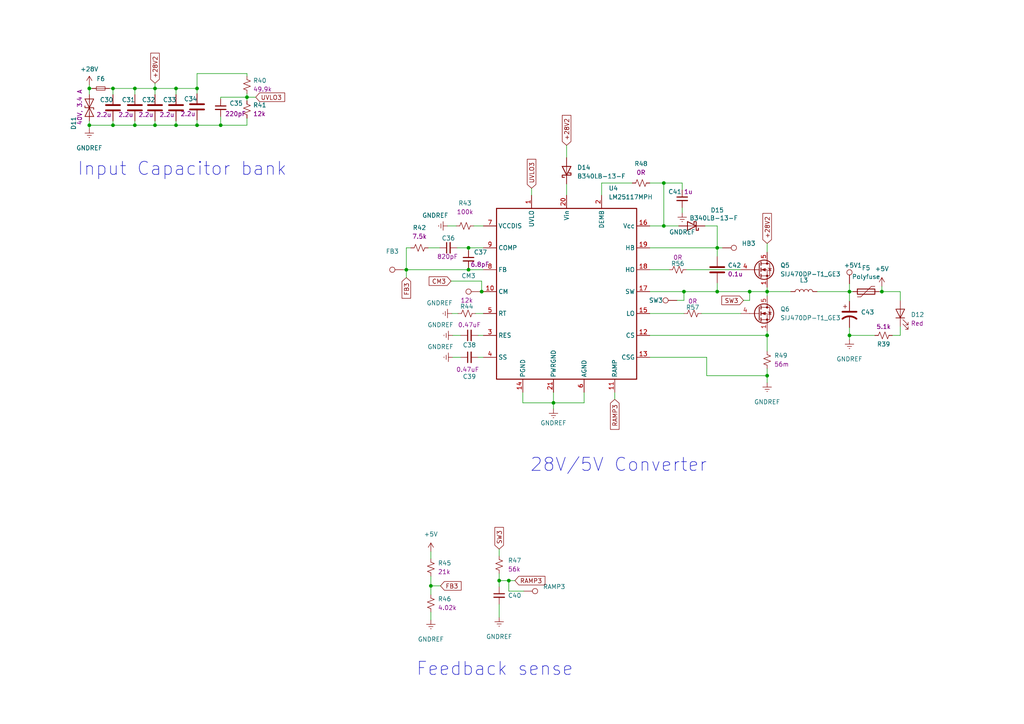
<source format=kicad_sch>
(kicad_sch (version 20211123) (generator eeschema)
  (paper "A4")
  (title_block (title "CON0100") (date "2023-01-12") (rev "V1.0") (company "Ati Motors Pvt Ltd") (comment 1 "Aslesh Kumar A") (comment 2 "Designed By ") (comment 3 "Sudhir P") (comment 4 "Reviewed By") (comment 5 "Naveen") (comment 6 "Approved By"))
  (lib_symbols
    (symbol "Ati:C_0603_0.47uF_25V_CGA3E3X7R1E474K080AB" (pin_numbers hide) (pin_names (offset 0.254) hide)
      (property "Reference" "C39" (at 0 -5.588 90))
      (property "Val" "0.47uF" (at -0.508 -3.556 90))
      (symbol "C_0603_0.47uF_25V_CGA3E3X7R1E474K080AB_0_1"
        (polyline (pts (xy -1.524 -0.508) (xy 1.524 -0.508)) (stroke (width 0.3302)))
        (polyline (pts (xy -1.524 0.508) (xy 1.524 0.508)) (stroke (width 0.3048)))
      )
      (symbol "C_0603_0.47uF_25V_CGA3E3X7R1E474K080AB_1_1"
        (pin passive line (at 0 2.54 270) (length 2.032) (name "~") (number "1"))
        (pin passive line (at 0 -2.54 90) (length 2.032) (name "~") (number "2"))
      )
    )
    (symbol "Ati:C_0603_220pF_50V_ECJ-1VC1H221J" (pin_numbers hide) (pin_names (offset 0.254) hide)
      (property "Reference" "C6" (at 2.54 1.2638 0))
      (property "Val" "220pF" (at 1.27 -1.778 0))
      (symbol "C_0603_220pF_50V_ECJ-1VC1H221J_0_1"
        (polyline (pts (xy -1.524 -0.508) (xy 1.524 -0.508)) (stroke (width 0.3302)))
        (polyline (pts (xy -1.524 0.508) (xy 1.524 0.508)) (stroke (width 0.3048)))
      )
      (symbol "C_0603_220pF_50V_ECJ-1VC1H221J_1_1"
        (pin passive line (at 0 2.54 270) (length 2.032) (name "~") (number "1"))
        (pin passive line (at 0 -2.54 90) (length 2.032) (name "~") (number "2"))
      )
    )
    (symbol "Ati:C_1uf_0603_GCJ188R71E105KA01D" (pin_numbers hide) (pin_names (offset 0.254) hide)
      (property "Reference" "C12" (at -4.064 2.032 0))
      (property "Val" "1u" (at 1.778 2.032 0))
      (symbol "C_1uf_0603_GCJ188R71E105KA01D_0_1"
        (polyline (pts (xy -1.524 -0.508) (xy 1.524 -0.508)) (stroke (width 0.3302)))
        (polyline (pts (xy -1.524 0.508) (xy 1.524 0.508)) (stroke (width 0.3048)))
      )
      (symbol "C_1uf_0603_GCJ188R71E105KA01D_1_1"
        (pin passive line (at 0 2.54 270) (length 2.032) (name "~") (number "1"))
        (pin passive line (at 0 -2.54 90) (length 2.032) (name "~") (number "2"))
      )
    )
    (symbol "Ati:C_2.2u_1206_GCJ31CR71H225KA12L" (pin_numbers hide) (pin_names (offset 0.254))
      (property "Reference" "C19" (at 1.27 2.286 0))
      (property "Val" "2.2u" (at 0.254 -2.286 0))
      (symbol "C_2.2u_1206_GCJ31CR71H225KA12L_0_1"
        (polyline (pts (xy -2.032 -0.762) (xy 2.032 -0.762)) (stroke (width 0.508)))
        (polyline (pts (xy -2.032 0.762) (xy 2.032 0.762)) (stroke (width 0.508)))
      )
      (symbol "C_2.2u_1206_GCJ31CR71H225KA12L_1_1"
        (pin passive line (at 0 3.81 270) (length 2.794) (name "~") (number "1"))
        (pin passive line (at 0 -3.81 90) (length 2.794) (name "~") (number "2"))
      )
    )
    (symbol "Ati:C_3.3uF_RAD_50V_20%" (pin_numbers hide) (pin_names (offset 0.254) hide)
      (property "Reference" "C43" (at 3.302 0.6351 0))
      (symbol "C_3.3uF_RAD_50V_20%_0_1"
        (polyline (pts (xy -2.032 0.762) (xy 2.032 0.762)) (stroke (width 0.508)))
        (polyline (pts (xy -1.778 2.286) (xy -0.762 2.286)))
        (polyline (pts (xy -1.27 1.778) (xy -1.27 2.794)))
        (arc (start 2.032 -1.27) (mid 0 -0.5572) (end -2.032 -1.27) (stroke (width 0.508)))
      )
      (symbol "C_3.3uF_RAD_50V_20%_1_1"
        (pin passive line (at 0 3.81 270) (length 2.794) (name "~") (number "1"))
        (pin passive line (at 0 -3.81 90) (length 3.302) (name "~") (number "2"))
      )
    )
    (symbol "Ati:C_6.8pF_0603_CL10C6R8CB8NNNC" (pin_numbers hide) (pin_names (offset 0.254) hide)
      (property "Reference" "C37" (at 1.524 2.032 0))
      (property "Val" "6.8pF" (at 3.302 -1.524 0))
      (symbol "C_6.8pF_0603_CL10C6R8CB8NNNC_0_1"
        (polyline (pts (xy -1.524 -0.508) (xy 1.524 -0.508)) (stroke (width 0.3302)))
        (polyline (pts (xy -1.524 0.508) (xy 1.524 0.508)) (stroke (width 0.3048)))
      )
      (symbol "C_6.8pF_0603_CL10C6R8CB8NNNC_1_1"
        (pin passive line (at 0 2.54 270) (length 2.032) (name "~") (number "1"))
        (pin passive line (at 0 -2.54 90) (length 2.032) (name "~") (number "2"))
      )
    )
    (symbol "Ati:C_820pF_0603_50V_GCM1885C1H821JA16D" (pin_numbers hide) (pin_names (offset 0.254) hide)
      (property "Reference" "C36" (at 0 2.794 90))
      (property "Val" "820pF" (at -0.254 -2.54 90))
      (symbol "C_820pF_0603_50V_GCM1885C1H821JA16D_0_1"
        (polyline (pts (xy -1.524 -0.508) (xy 1.524 -0.508)) (stroke (width 0.3302)))
        (polyline (pts (xy -1.524 0.508) (xy 1.524 0.508)) (stroke (width 0.3048)))
      )
      (symbol "C_820pF_0603_50V_GCM1885C1H821JA16D_1_1"
        (pin passive line (at 0 2.54 270) (length 2.032) (name "~") (number "1"))
        (pin passive line (at 0 -2.54 90) (length 2.032) (name "~") (number "2"))
      )
    )
    (symbol "Ati:D_LED_0603_Red_150060RS75000" (pin_numbers hide) (pin_names (offset 1.016) hide)
      (property "Reference" "D" (at 0 2.54 0))
      (property "Val" "Red" (at 0 -2.54 0))
      (symbol "D_LED_0603_Red_150060RS75000_0_1"
        (polyline (pts (xy -1.27 -1.27) (xy -1.27 1.27)) (stroke (width 0.2032)))
        (polyline (pts (xy -1.27 0) (xy 1.27 0)))
        (polyline (pts (xy 1.27 -1.27) (xy 1.27 1.27) (xy -1.27 0) (xy 1.27 -1.27)) (stroke (width 0.2032)))
        (polyline (pts (xy -3.048 -0.762) (xy -4.572 -2.286) (xy -3.81 -2.286) (xy -4.572 -2.286) (xy -4.572 -1.524)))
        (polyline (pts (xy -1.778 -0.762) (xy -3.302 -2.286) (xy -2.54 -2.286) (xy -3.302 -2.286) (xy -3.302 -1.524)))
      )
      (symbol "D_LED_0603_Red_150060RS75000_1_1"
        (pin passive line (at -3.81 0 0) (length 2.54) (name "K") (number "1"))
        (pin passive line (at 3.81 0 180) (length 2.54) (name "A") (number "2"))
      )
    )
    (symbol "Ati:Fuse_1206_SlowBlow_SF-1206SA350M-2" (pin_numbers hide) (pin_names (offset 0.254) hide)
      (property "Reference" "F1" (at 0 5.842 0))
      (symbol "Fuse_1206_SlowBlow_SF-1206SA350M-2_0_1"
        (rectangle (start -1.27 0.508) (end 1.27 -0.508))
        (polyline (pts (xy -1.27 0) (xy 1.27 0)))
      )
      (symbol "Fuse_1206_SlowBlow_SF-1206SA350M-2_1_1"
        (pin passive line (at -2.54 0 0) (length 1.27) (name "~") (number "1"))
        (pin passive line (at 2.54 0 180) (length 1.27) (name "~") (number "2"))
      )
    )
    (symbol "Ati:LM25117MPH"
      (property "Reference" "U" (at 0 24.13 0))
      (property "Value" "LM25117MPH" (at 0 26.67 0))
      (symbol "LM25117MPH_0_1"
        (rectangle (start -20.32 49.53) (end 20.32 0) (stroke (width 0.3)))
      )
      (symbol "LM25117MPH_1_1"
        (pin input line (at -10.16 53.34 270) (length 3.8) (name "UVLO") (number "1"))
        (pin input line (at -24.13 25.4 0) (length 3.8) (name "CM") (number "10"))
        (pin input line (at 13.97 -3.81 90) (length 3.8) (name "RAMP") (number "11"))
        (pin input line (at 24.13 12.7 180) (length 3.8) (name "CS") (number "12"))
        (pin input line (at 24.13 6.35 180) (length 3.8) (name "CSG") (number "13"))
        (pin input line (at -12.7 -3.81 90) (length 3.8) (name "PGND") (number "14"))
        (pin input line (at 24.13 19.05 180) (length 3.8) (name "LO") (number "15"))
        (pin input line (at 24.13 44.45 180) (length 3.8) (name "Vcc") (number "16"))
        (pin input line (at 24.13 25.4 180) (length 3.8) (name "SW") (number "17"))
        (pin input line (at 24.13 31.75 180) (length 3.8) (name "HO") (number "18"))
        (pin input line (at 24.13 38.1 180) (length 3.8) (name "HB") (number "19"))
        (pin input line (at 10.16 53.34 270) (length 3.8) (name "DEMB") (number "2"))
        (pin input line (at 0 53.34 270) (length 3.8) (name "Vin") (number "20"))
        (pin input line (at -3.81 -3.81 90) (length 3.8) (name "PWRGND") (number "21"))
        (pin input line (at -24.13 12.7 0) (length 3.8) (name "RES") (number "3"))
        (pin input line (at -24.13 6.35 0) (length 3.8) (name "SS") (number "4"))
        (pin input line (at -24.13 19.05 0) (length 3.8) (name "RT") (number "5"))
        (pin input line (at 5.08 -3.81 90) (length 3.8) (name "AGND") (number "6"))
        (pin input line (at -24.13 44.45 0) (length 3.8) (name "VCCDIS") (number "7"))
        (pin input line (at -24.13 31.75 0) (length 3.8) (name "FB") (number "8"))
        (pin input line (at -24.13 38.1 0) (length 3.8) (name "COMP") (number "9"))
      )
    )
    (symbol "Ati:L_27uH_5A_40mOhms_SMD_12.0mmx12.0mm" (pin_numbers hide) (pin_names (offset 1.016) hide)
      (property "Reference" "L3" (at 0 3.302 90))
      (symbol "L_27uH_5A_40mOhms_SMD_12.0mmx12.0mm_0_1"
        (arc (start 0 -2.54) (mid 0.635 -1.905) (end 0 -1.27))
        (arc (start 0 -1.27) (mid 0.635 -0.635) (end 0 0))
        (arc (start 0 0) (mid 0.635 0.635) (end 0 1.27))
        (arc (start 0 1.27) (mid 0.635 1.905) (end 0 2.54))
      )
      (symbol "L_27uH_5A_40mOhms_SMD_12.0mmx12.0mm_1_1"
        (pin passive line (at 0 3.81 270) (length 1.27) (name "1") (number "1"))
        (pin passive line (at 0 -3.81 90) (length 1.27) (name "2") (number "2"))
      )
    )
    (symbol "Ati:R_0R_0603_ERJ-3GEY0R00V" (pin_numbers hide) (pin_names (offset 0.254) hide)
      (property "Reference" "R" (at 0.762 0.508 0))
      (property "Val" "0R" (at 2.54 0 0))
      (symbol "R_0R_0603_ERJ-3GEY0R00V_1_1"
        (polyline (pts (xy 0 0) (xy 1.016 -0.381) (xy 0 -0.762) (xy -1.016 -1.143) (xy 0 -1.524)))
        (polyline (pts (xy 0 1.524) (xy 1.016 1.143) (xy 0 0.762) (xy -1.016 0.381) (xy 0 0)))
        (pin passive line (at 0 2.54 270) (length 1.016) (name "~") (number "1"))
        (pin passive line (at 0 -2.54 90) (length 1.016) (name "~") (number "2"))
      )
    )
    (symbol "Ati:R_100k_0603_1{slash}10W_CRGP0603F100K" (pin_numbers hide) (pin_names (offset 0.254) hide)
      (property "Reference" "R10" (at 0 6.604 90))
      (property "Val" "100k" (at 0 4.064 90))
      (symbol "R_100k_0603_1{slash}10W_CRGP0603F100K_1_1"
        (polyline (pts (xy 0 0) (xy 1.016 -0.381) (xy 0 -0.762) (xy -1.016 -1.143) (xy 0 -1.524)))
        (polyline (pts (xy 0 1.524) (xy 1.016 1.143) (xy 0 0.762) (xy -1.016 0.381) (xy 0 0)))
        (pin passive line (at 0 2.54 270) (length 1.016) (name "~") (number "1"))
        (pin passive line (at 0 -2.54 90) (length 1.016) (name "~") (number "2"))
      )
    )
    (symbol "Ati:R_12k_0603_ERJ3EKF1202V" (pin_numbers hide) (pin_names (offset 0.254) hide)
      (property "Reference" "R11" (at 0 2.032 90))
      (property "Val" "12k" (at 0 3.81 90))
      (symbol "R_12k_0603_ERJ3EKF1202V_1_1"
        (polyline (pts (xy 0 0) (xy 1.016 -0.381) (xy 0 -0.762) (xy -1.016 -1.143) (xy 0 -1.524)))
        (polyline (pts (xy 0 1.524) (xy 1.016 1.143) (xy 0 0.762) (xy -1.016 0.381) (xy 0 0)))
        (pin passive line (at 0 2.54 270) (length 1.016) (name "~") (number "1"))
        (pin passive line (at 0 -2.54 90) (length 1.016) (name "~") (number "2"))
      )
    )
    (symbol "Ati:R_21k_0603_RT0603BRD0721KL" (pin_numbers hide) (pin_names (offset 0.254) hide)
      (property "Reference" "R45" (at 2.032 1.2701 0))
      (property "Val" "21k" (at 2.032 -1.2699 0))
      (symbol "R_21k_0603_RT0603BRD0721KL_1_1"
        (polyline (pts (xy 0 0) (xy 1.016 -0.381) (xy 0 -0.762) (xy -1.016 -1.143) (xy 0 -1.524)))
        (polyline (pts (xy 0 1.524) (xy 1.016 1.143) (xy 0 0.762) (xy -1.016 0.381) (xy 0 0)))
        (pin passive line (at 0 2.54 270) (length 1.016) (name "~") (number "1"))
        (pin passive line (at 0 -2.54 90) (length 1.016) (name "~") (number "2"))
      )
    )
    (symbol "Ati:R_4.02k_0603_RG1608P-4021-B-T5" (pin_numbers hide) (pin_names (offset 0.254) hide)
      (property "Reference" "R46" (at 2.032 1.2701 0))
      (property "Val" "4.02k" (at 2.032 -1.2699 0))
      (symbol "R_4.02k_0603_RG1608P-4021-B-T5_1_1"
        (polyline (pts (xy 0 0) (xy 1.016 -0.381) (xy 0 -0.762) (xy -1.016 -1.143) (xy 0 -1.524)))
        (polyline (pts (xy 0 1.524) (xy 1.016 1.143) (xy 0 0.762) (xy -1.016 0.381) (xy 0 0)))
        (pin passive line (at 0 2.54 270) (length 1.016) (name "~") (number "1"))
        (pin passive line (at 0 -2.54 90) (length 1.016) (name "~") (number "2"))
      )
    )
    (symbol "Ati:R_49.9k_0603_ERJ3EKF4992V" (pin_numbers hide) (pin_names (offset 0.254) hide)
      (property "Reference" "R7" (at 1.778 1.2701 0))
      (property "Val" "49.9k" (at 1.778 -1.2699 0))
      (symbol "R_49.9k_0603_ERJ3EKF4992V_1_1"
        (polyline (pts (xy 0 0) (xy 1.016 -0.381) (xy 0 -0.762) (xy -1.016 -1.143) (xy 0 -1.524)))
        (polyline (pts (xy 0 1.524) (xy 1.016 1.143) (xy 0 0.762) (xy -1.016 0.381) (xy 0 0)))
        (pin passive line (at 0 2.54 270) (length 1.016) (name "~") (number "1"))
        (pin passive line (at 0 -2.54 90) (length 1.016) (name "~") (number "2"))
      )
    )
    (symbol "Ati:R_5.1k_0603_RC0603FR-075K1L" (pin_numbers hide) (pin_names (offset 0.254) hide)
      (property "Reference" "R?" (at 2.032 1.2701 0))
      (property "Val" "5.1k" (at 2.032 -1.2699 0))
      (symbol "R_5.1k_0603_RC0603FR-075K1L_1_1"
        (polyline (pts (xy 0 0) (xy 1.016 -0.381) (xy 0 -0.762) (xy -1.016 -1.143) (xy 0 -1.524)))
        (polyline (pts (xy 0 1.524) (xy 1.016 1.143) (xy 0 0.762) (xy -1.016 0.381) (xy 0 0)))
        (pin passive line (at 0 2.54 270) (length 1.016) (name "~") (number "1"))
        (pin passive line (at 0 -2.54 90) (length 1.016) (name "~") (number "2"))
      )
    )
    (symbol "Ati:R_56k_0603_ERJ-3EKF5602V" (pin_numbers hide) (pin_names (offset 0.254) hide)
      (property "Reference" "R47" (at 2.54 1.2701 0))
      (property "Val" "56k" (at 2.54 -1.2699 0))
      (symbol "R_56k_0603_ERJ-3EKF5602V_1_1"
        (polyline (pts (xy 0 0) (xy 1.016 -0.381) (xy 0 -0.762) (xy -1.016 -1.143) (xy 0 -1.524)))
        (polyline (pts (xy 0 1.524) (xy 1.016 1.143) (xy 0 0.762) (xy -1.016 0.381) (xy 0 0)))
        (pin passive line (at 0 2.54 270) (length 1.016) (name "~") (number "1"))
        (pin passive line (at 0 -2.54 90) (length 1.016) (name "~") (number "2"))
      )
    )
    (symbol "Ati:R_56mOhms_0805_ERJ-6BWFR056V" (pin_numbers hide) (pin_names (offset 0.254) hide)
      (property "Reference" "R49" (at 2.032 1.2701 0))
      (property "Val" "56m" (at 2.032 -1.2699 0))
      (symbol "R_56mOhms_0805_ERJ-6BWFR056V_1_1"
        (polyline (pts (xy 0 0) (xy 1.016 -0.381) (xy 0 -0.762) (xy -1.016 -1.143) (xy 0 -1.524)))
        (polyline (pts (xy 0 1.524) (xy 1.016 1.143) (xy 0 0.762) (xy -1.016 0.381) (xy 0 0)))
        (pin passive line (at 0 2.54 270) (length 1.016) (name "~") (number "1"))
        (pin passive line (at 0 -2.54 90) (length 1.016) (name "~") (number "2"))
      )
    )
    (symbol "Ati:R_7.5k_0603_ERA-3APB752V" (pin_numbers hide) (pin_names (offset 0.254) hide)
      (property "Reference" "R42" (at 0 5.842 90))
      (property "Val" "7.5k" (at 0 3.302 90))
      (symbol "R_7.5k_0603_ERA-3APB752V_1_1"
        (polyline (pts (xy 0 0) (xy 1.016 -0.381) (xy 0 -0.762) (xy -1.016 -1.143) (xy 0 -1.524)))
        (polyline (pts (xy 0 1.524) (xy 1.016 1.143) (xy 0 0.762) (xy -1.016 0.381) (xy 0 0)))
        (pin passive line (at 0 2.54 270) (length 1.016) (name "~") (number "1"))
        (pin passive line (at 0 -2.54 90) (length 1.016) (name "~") (number "2"))
      )
    )
    (symbol "Ati:SIJ470DP-T1_GE3" (pin_names hide)
      (property "Reference" "Q1" (at 6.35 1.2701 0))
      (property "Value" "SIJ470DP-T1_GE3" (at 6.35 -1.2699 0))
      (symbol "SIJ470DP-T1_GE3_0_1"
        (polyline (pts (xy 0.254 0) (xy -2.54 0)))
        (polyline (pts (xy 0.254 1.905) (xy 0.254 -1.905)) (stroke (width 0.254)))
        (polyline (pts (xy 0.762 -1.27) (xy 0.762 -2.286)) (stroke (width 0.254)))
        (polyline (pts (xy 0.762 0.508) (xy 0.762 -0.508)) (stroke (width 0.254)))
        (polyline (pts (xy 0.762 2.286) (xy 0.762 1.27)) (stroke (width 0.254)))
        (polyline (pts (xy 2.54 2.54) (xy 2.54 1.778)))
        (polyline (pts (xy 2.54 -2.54) (xy 2.54 0) (xy 0.762 0)))
        (polyline (pts (xy 0.762 -1.778) (xy 3.302 -1.778) (xy 3.302 1.778) (xy 0.762 1.778)))
        (polyline (pts (xy 1.016 0) (xy 2.032 0.381) (xy 2.032 -0.381) (xy 1.016 0)) (fill (type outline)))
        (polyline (pts (xy 2.794 0.508) (xy 2.921 0.381) (xy 3.683 0.381) (xy 3.81 0.254)))
        (polyline (pts (xy 3.302 0.381) (xy 2.921 -0.254) (xy 3.683 -0.254) (xy 3.302 0.381)))
        (circle (center 1.651 0) (radius 2.794) (stroke (width 0.254)))
        (circle (center 2.54 -1.778) (radius 0.254) (fill (type outline)))
        (circle (center 2.54 1.778) (radius 0.254) (fill (type outline)))
      )
      (symbol "SIJ470DP-T1_GE3_1_1"
        (pin passive line (at 2.54 -5.08 90) (length 2.54) (name "S") (number "1"))
        (pin passive line (at 2.54 -5.08 90) (length 2.54) hide (name "S") (number "2"))
        (pin passive line (at 2.54 -5.08 90) (length 2.54) hide (name "S") (number "3"))
        (pin input line (at -5.08 0 0) (length 2.54) (name "G") (number "4"))
        (pin passive line (at 2.54 5.08 270) (length 2.54) (name "D") (number "5"))
      )
    )
    (symbol "Ati_Anand:C_0603_0.1u_50V_C0603C104K5RACAUTO" (pin_numbers hide) (pin_names (offset 0.254))
      (property "Reference" "C" (at 0.635 2.54 0))
      (property "Val" "0.1u" (at 5.08 0 0))
      (symbol "C_0603_0.1u_50V_C0603C104K5RACAUTO_0_1"
        (polyline (pts (xy -2.032 -0.762) (xy 2.032 -0.762)) (stroke (width 0.508)))
        (polyline (pts (xy -2.032 0.762) (xy 2.032 0.762)) (stroke (width 0.508)))
      )
      (symbol "C_0603_0.1u_50V_C0603C104K5RACAUTO_1_1"
        (pin passive line (at 0 3.81 270) (length 2.794) (name "~") (number "1"))
        (pin passive line (at 0 -3.81 90) (length 2.794) (name "~") (number "2"))
      )
    )
    (symbol "Ati_Anand:D_TVS_58.1V_ATV02W360B-HF" (pin_numbers hide) (pin_names (offset 1.016) hide)
      (property "Reference" "D" (at 0 2.54 0))
      (property "Val" "58V, 3.4 A" (at 0 0 0))
      (symbol "D_TVS_58.1V_ATV02W360B-HF_0_1"
        (polyline (pts (xy 1.27 0) (xy -1.27 0)))
        (polyline (pts (xy -2.54 -1.27) (xy 0 0) (xy -2.54 1.27) (xy -2.54 -1.27)) (stroke (width 0.2032)))
        (polyline (pts (xy 0.508 1.27) (xy 0 1.27) (xy 0 -1.27) (xy -0.508 -1.27)) (stroke (width 0.2032)))
        (polyline (pts (xy 2.54 1.27) (xy 2.54 -1.27) (xy 0 0) (xy 2.54 1.27)) (stroke (width 0.2032)))
      )
      (symbol "D_TVS_58.1V_ATV02W360B-HF_1_1"
        (pin passive line (at -3.81 0 0) (length 2.54) (name "A1") (number "1"))
        (pin passive line (at 3.81 0 180) (length 2.54) (name "A2") (number "2"))
      )
    )
    (symbol "Connector:TestPoint" (pin_numbers hide) (pin_names (offset 0.762) hide)
      (property "Reference" "TP" (at 0 6.858 0))
      (property "Value" "TestPoint" (at 0 5.08 0))
      (symbol "TestPoint_0_1"
        (circle (center 0 3.302) (radius 0.762))
      )
      (symbol "TestPoint_1_1"
        (pin passive line (at 0 0 90) (length 2.54) (name "1") (number "1"))
      )
    )
    (symbol "Device:Polyfuse" (pin_numbers hide) (pin_names (offset 0))
      (property "Reference" "F" (at -2.54 0 90))
      (property "Value" "Polyfuse" (at 2.54 0 90))
      (symbol "Polyfuse_0_1"
        (rectangle (start -0.762 2.54) (end 0.762 -2.54) (stroke (width 0.254)))
        (polyline (pts (xy 0 2.54) (xy 0 -2.54)))
        (polyline (pts (xy -1.524 2.54) (xy -1.524 1.524) (xy 1.524 -1.524) (xy 1.524 -2.54)))
      )
      (symbol "Polyfuse_1_1"
        (pin passive line (at 0 3.81 270) (length 1.27) (name "~") (number "1"))
        (pin passive line (at 0 -3.81 90) (length 1.27) (name "~") (number "2"))
      )
    )
    (symbol "Diode:B340" (pin_numbers hide) (pin_names (offset 1.016) hide)
      (property "Reference" "D" (at 0 2.54 0))
      (property "Value" "B340" (at 0 -2.54 0))
      (symbol "B340_0_1"
        (polyline (pts (xy 1.27 0) (xy -1.27 0)))
        (polyline (pts (xy 1.27 1.27) (xy 1.27 -1.27) (xy -1.27 0) (xy 1.27 1.27)) (stroke (width 0.254)))
        (polyline (pts (xy -1.905 0.635) (xy -1.905 1.27) (xy -1.27 1.27) (xy -1.27 -1.27) (xy -0.635 -1.27) (xy -0.635 -0.635)) (stroke (width 0.254)))
      )
      (symbol "B340_1_1"
        (pin passive line (at -3.81 0 0) (length 2.54) (name "K") (number "1"))
        (pin passive line (at 3.81 0 180) (length 2.54) (name "A") (number "2"))
      )
    )
    (symbol "power:+28V" (power) (pin_names (offset 0))
      (property "Value" "+28V" (at 0 3.81 0))
      (symbol "+28V_0_1"
        (polyline (pts (xy -0.762 1.27) (xy 0 2.54)))
        (polyline (pts (xy 0 0) (xy 0 2.54)))
        (polyline (pts (xy 0 2.54) (xy 0.762 1.27)))
      )
      (symbol "+28V_1_1"
        (pin power_in line (at 0 0 90) (length 0) hide (name "+28V") (number "1"))
      )
    )
    (symbol "power:+5V" (power) (pin_names (offset 0))
      (property "Value" "+5V" (at 0 3.556 0))
      (symbol "+5V_0_1"
        (polyline (pts (xy -0.762 1.27) (xy 0 2.54)))
        (polyline (pts (xy 0 0) (xy 0 2.54)))
        (polyline (pts (xy 0 2.54) (xy 0.762 1.27)))
      )
      (symbol "+5V_1_1"
        (pin power_in line (at 0 0 90) (length 0) hide (name "+5V") (number "1"))
      )
    )
    (symbol "power:GNDREF" (power) (pin_names (offset 0))
      (property "Value" "GNDREF" (at 0 -3.81 0))
      (symbol "GNDREF_0_1"
        (polyline (pts (xy -0.635 -1.905) (xy 0.635 -1.905)))
        (polyline (pts (xy -0.127 -2.54) (xy 0.127 -2.54)))
        (polyline (pts (xy 0 -1.27) (xy 0 0)))
        (polyline (pts (xy 1.27 -1.27) (xy -1.27 -1.27)))
      )
      (symbol "GNDREF_1_1"
        (pin power_in line (at 0 0 270) (length 0) hide (name "GNDREF") (number "1"))
      )
    )
  )
  (junction (at 51.054 36.322))
  (junction (at 44.958 36.322))
  (junction (at 144.78 168.402))
  (junction (at 208.026 71.882))
  (junction (at 57.15 36.322))
  (junction (at 139.7 84.582))
  (junction (at 71.628 28.194))
  (junction (at 246.38 97.282))
  (junction (at 39.116 25.654))
  (junction (at 44.958 25.654))
  (junction (at 25.908 36.322))
  (junction (at 255.778 84.582))
  (junction (at 64.008 36.322))
  (junction (at 246.38 84.582))
  (junction (at 160.528 116.84))
  (junction (at 117.856 78.232))
  (junction (at 222.504 97.282))
  (junction (at 217.424 84.582))
  (junction (at 147.574 168.402))
  (junction (at 32.766 36.322))
  (junction (at 57.15 25.654))
  (junction (at 192.532 53.086))
  (junction (at 198.374 84.582))
  (junction (at 39.116 36.322))
  (junction (at 222.504 108.966))
  (junction (at 25.908 25.654))
  (junction (at 208.026 84.582))
  (junction (at 51.054 25.654))
  (junction (at 135.89 71.882))
  (junction (at 124.968 169.926))
  (junction (at 32.766 25.654))
  (junction (at 135.89 78.232))
  (junction (at 192.532 65.532))
  (junction (at 222.504 84.582))
  (wire (pts (xy 246.38 84.582) (xy 247.396 84.582)))
  (wire (pts (xy 147.574 168.402) (xy 144.78 168.402)))
  (wire (pts (xy 57.15 34.798) (xy 57.15 36.322)))
  (wire (pts (xy 124.968 167.132) (xy 124.968 169.926)))
  (wire (pts (xy 51.054 36.322) (xy 57.15 36.322)))
  (wire (pts (xy 246.38 82.296) (xy 246.38 84.582)))
  (wire (pts (xy 169.418 116.84) (xy 160.528 116.84)))
  (wire (pts (xy 138.684 103.632) (xy 140.208 103.632)))
  (wire (pts (xy 222.504 84.582) (xy 229.362 84.582)))
  (wire (pts (xy 164.338 53.34) (xy 164.338 56.642)))
  (wire (pts (xy 208.026 71.882) (xy 209.55 71.882)))
  (wire (pts (xy 196.342 87.122) (xy 198.374 87.122)))
  (wire (pts (xy 204.978 103.632) (xy 204.978 108.966)))
  (wire (pts (xy 208.026 65.532) (xy 204.47 65.532)))
  (wire (pts (xy 203.454 90.932) (xy 214.884 90.932)))
  (wire (pts (xy 236.982 84.582) (xy 246.38 84.582)))
  (wire (pts (xy 25.908 25.654) (xy 26.67 25.654)))
  (wire (pts (xy 208.026 84.582) (xy 198.374 84.582)))
  (wire (pts (xy 217.424 87.122) (xy 217.424 84.582)))
  (wire (pts (xy 71.628 36.322) (xy 64.008 36.322)))
  (wire (pts (xy 135.89 72.644) (xy 135.89 71.882)))
  (wire (pts (xy 255.778 83.058) (xy 255.778 84.582)))
  (wire (pts (xy 222.504 83.312) (xy 222.504 84.582)))
  (wire (pts (xy 39.116 35.052) (xy 39.116 36.322)))
  (wire (pts (xy 149.352 168.402) (xy 147.574 168.402)))
  (wire (pts (xy 39.116 25.654) (xy 44.958 25.654)))
  (wire (pts (xy 137.414 65.532) (xy 140.208 65.532)))
  (wire (pts (xy 208.026 71.882) (xy 208.026 65.532)))
  (wire (pts (xy 124.968 169.926) (xy 124.968 172.466)))
  (wire (pts (xy 188.468 78.232) (xy 194.056 78.232)))
  (wire (pts (xy 135.89 78.232) (xy 140.208 78.232)))
  (wire (pts (xy 131.064 90.932) (xy 132.842 90.932)))
  (wire (pts (xy 204.978 108.966) (xy 222.504 108.966)))
  (wire (pts (xy 64.008 33.782) (xy 64.008 36.322)))
  (wire (pts (xy 188.468 65.532) (xy 192.532 65.532)))
  (wire (pts (xy 124.968 177.546) (xy 124.968 179.832)))
  (wire (pts (xy 25.908 25.654) (xy 25.908 27.432)))
  (wire (pts (xy 51.054 35.052) (xy 51.054 36.322)))
  (wire (pts (xy 139.192 84.582) (xy 139.7 84.582)))
  (wire (pts (xy 255.016 84.582) (xy 255.778 84.582)))
  (wire (pts (xy 25.908 35.052) (xy 25.908 36.322)))
  (wire (pts (xy 39.116 36.322) (xy 32.766 36.322)))
  (wire (pts (xy 178.308 113.792) (xy 178.308 115.824)))
  (wire (pts (xy 71.628 28.194) (xy 71.628 29.21)))
  (wire (pts (xy 160.528 113.792) (xy 160.528 116.84)))
  (wire (pts (xy 135.89 71.882) (xy 140.208 71.882)))
  (wire (pts (xy 64.008 28.702) (xy 64.008 28.194)))
  (wire (pts (xy 132.588 71.882) (xy 135.89 71.882)))
  (wire (pts (xy 135.89 77.724) (xy 135.89 78.232)))
  (wire (pts (xy 151.638 113.792) (xy 151.638 116.84)))
  (wire (pts (xy 57.15 25.654) (xy 57.15 27.178)))
  (wire (pts (xy 71.628 28.194) (xy 74.168 28.194)))
  (wire (pts (xy 139.7 81.534) (xy 139.7 84.582)))
  (wire (pts (xy 222.504 70.612) (xy 222.504 73.152)))
  (wire (pts (xy 39.116 25.654) (xy 32.766 25.654)))
  (wire (pts (xy 124.968 160.02) (xy 124.968 162.052)))
  (wire (pts (xy 197.866 55.118) (xy 197.866 53.086)))
  (wire (pts (xy 31.75 25.654) (xy 32.766 25.654)))
  (wire (pts (xy 199.136 78.232) (xy 214.884 78.232)))
  (wire (pts (xy 32.766 36.322) (xy 25.908 36.322)))
  (wire (pts (xy 246.38 94.996) (xy 246.38 97.282)))
  (wire (pts (xy 164.338 42.164) (xy 164.338 45.72)))
  (wire (pts (xy 131.318 97.282) (xy 133.604 97.282)))
  (wire (pts (xy 44.958 24.13) (xy 44.958 25.654)))
  (wire (pts (xy 197.866 60.198) (xy 197.866 61.722)))
  (wire (pts (xy 222.504 97.282) (xy 222.504 101.854)))
  (wire (pts (xy 192.532 65.532) (xy 196.85 65.532)))
  (wire (pts (xy 117.856 78.232) (xy 117.856 80.518)))
  (wire (pts (xy 138.684 97.282) (xy 140.208 97.282)))
  (wire (pts (xy 253.746 97.282) (xy 246.38 97.282)))
  (wire (pts (xy 261.112 94.742) (xy 261.112 97.282)))
  (wire (pts (xy 117.856 78.232) (xy 135.89 78.232)))
  (wire (pts (xy 198.374 87.122) (xy 198.374 84.582)))
  (wire (pts (xy 144.78 168.402) (xy 144.78 170.18)))
  (wire (pts (xy 71.628 34.29) (xy 71.628 36.322)))
  (wire (pts (xy 124.968 169.926) (xy 127.762 169.926)))
  (wire (pts (xy 188.468 71.882) (xy 208.026 71.882)))
  (wire (pts (xy 71.628 21.336) (xy 57.15 21.336)))
  (wire (pts (xy 261.112 97.282) (xy 258.826 97.282)))
  (wire (pts (xy 44.958 25.654) (xy 51.054 25.654)))
  (wire (pts (xy 44.958 25.654) (xy 44.958 27.432)))
  (wire (pts (xy 139.7 84.582) (xy 140.208 84.582)))
  (wire (pts (xy 51.054 25.654) (xy 51.054 27.432)))
  (wire (pts (xy 130.81 81.534) (xy 139.7 81.534)))
  (wire (pts (xy 71.628 22.098) (xy 71.628 21.336)))
  (wire (pts (xy 208.026 82.042) (xy 208.026 84.582)))
  (wire (pts (xy 208.026 84.582) (xy 217.424 84.582)))
  (wire (pts (xy 57.15 36.322) (xy 64.008 36.322)))
  (wire (pts (xy 147.574 171.45) (xy 147.574 168.402)))
  (wire (pts (xy 151.638 116.84) (xy 160.528 116.84)))
  (wire (pts (xy 51.054 25.654) (xy 57.15 25.654)))
  (wire (pts (xy 222.504 97.282) (xy 222.504 96.012)))
  (wire (pts (xy 25.908 24.638) (xy 25.908 25.654)))
  (wire (pts (xy 174.498 56.642) (xy 174.498 53.086)))
  (wire (pts (xy 246.38 97.282) (xy 246.38 98.552)))
  (wire (pts (xy 169.418 113.792) (xy 169.418 116.84)))
  (wire (pts (xy 137.922 90.932) (xy 140.208 90.932)))
  (wire (pts (xy 188.468 53.086) (xy 192.532 53.086)))
  (wire (pts (xy 208.026 71.882) (xy 208.026 74.422)))
  (wire (pts (xy 188.468 103.632) (xy 204.978 103.632)))
  (wire (pts (xy 222.504 108.966) (xy 222.504 110.998)))
  (wire (pts (xy 57.15 21.336) (xy 57.15 25.654)))
  (wire (pts (xy 119.126 71.882) (xy 117.856 71.882)))
  (wire (pts (xy 215.646 87.122) (xy 217.424 87.122)))
  (wire (pts (xy 217.424 84.582) (xy 222.504 84.582)))
  (wire (pts (xy 197.866 53.086) (xy 192.532 53.086)))
  (wire (pts (xy 44.958 36.322) (xy 39.116 36.322)))
  (wire (pts (xy 188.468 97.282) (xy 222.504 97.282)))
  (wire (pts (xy 117.856 71.882) (xy 117.856 78.232)))
  (wire (pts (xy 261.112 87.122) (xy 261.112 84.582)))
  (wire (pts (xy 154.178 54.61) (xy 154.178 56.642)))
  (wire (pts (xy 71.628 27.178) (xy 71.628 28.194)))
  (wire (pts (xy 222.504 106.934) (xy 222.504 108.966)))
  (wire (pts (xy 198.374 84.582) (xy 188.468 84.582)))
  (wire (pts (xy 192.532 53.086) (xy 192.532 65.532)))
  (wire (pts (xy 174.498 53.086) (xy 183.388 53.086)))
  (wire (pts (xy 144.78 166.37) (xy 144.78 168.402)))
  (wire (pts (xy 25.908 36.322) (xy 25.908 37.338)))
  (wire (pts (xy 124.206 71.882) (xy 127.508 71.882)))
  (wire (pts (xy 144.78 175.26) (xy 144.78 179.07)))
  (wire (pts (xy 131.318 103.632) (xy 133.604 103.632)))
  (wire (pts (xy 261.112 84.582) (xy 255.778 84.582)))
  (wire (pts (xy 188.468 90.932) (xy 198.374 90.932)))
  (wire (pts (xy 129.794 65.532) (xy 132.334 65.532)))
  (wire (pts (xy 51.054 36.322) (xy 44.958 36.322)))
  (wire (pts (xy 32.766 27.432) (xy 32.766 25.654)))
  (wire (pts (xy 32.766 35.052) (xy 32.766 36.322)))
  (wire (pts (xy 117.094 78.232) (xy 117.856 78.232)))
  (wire (pts (xy 64.008 28.194) (xy 71.628 28.194)))
  (wire (pts (xy 222.504 84.582) (xy 222.504 85.852)))
  (wire (pts (xy 44.958 35.052) (xy 44.958 36.322)))
  (wire (pts (xy 151.892 171.45) (xy 147.574 171.45)))
  (wire (pts (xy 246.38 84.582) (xy 246.38 87.376)))
  (wire (pts (xy 39.116 27.432) (xy 39.116 25.654)))
  (wire (pts (xy 160.528 116.84) (xy 160.528 118.618)))
  (wire (pts (xy 144.78 159.258) (xy 144.78 161.29)))
  (text "Feedback sense" (at 120.65 196.342 0) (effects (font (size 3.81 3.81)) (justify left bottom)))
  (text "28V/5V Converter" (at 153.67 137.16 0) (effects (font (size 3.81 3.81)) (justify left bottom)))
  (text "Input Capacitor bank" (at 22.352 51.308 0) (effects (font (size 3.81 3.81)) (justify left bottom)))
  (global_label "SW3" (shape input) (at 215.646 87.122 180) (property "Intersheet References" "${INTERSHEET_REFS}" (effects hide)))
  (global_label "RAMP3" (shape input) (at 149.352 168.402 0) (property "Intersheet References" "${INTERSHEET_REFS}" (effects hide)))
  (global_label "FB3" (shape input) (at 127.762 169.926 0) (property "Intersheet References" "${INTERSHEET_REFS}" (effects hide)))
  (global_label "RAMP3" (shape input) (at 178.308 115.824 270) (property "Intersheet References" "${INTERSHEET_REFS}" (effects hide)))
  (global_label "+28V2" (shape input) (at 164.338 42.164 90) (property "Intersheet References" "${INTERSHEET_REFS}" (effects hide)))
  (global_label "CM3" (shape input) (at 130.81 81.534 180) (property "Intersheet References" "${INTERSHEET_REFS}" (effects hide)))
  (global_label "FB3" (shape input) (at 117.856 80.518 270) (property "Intersheet References" "${INTERSHEET_REFS}" (effects hide)))
  (global_label "+28V2" (shape input) (at 222.504 70.612 90) (property "Intersheet References" "${INTERSHEET_REFS}" (effects hide)))
  (global_label "+28V2" (shape input) (at 44.958 24.13 90) (property "Intersheet References" "${INTERSHEET_REFS}" (effects hide)))
  (global_label "SW3" (shape input) (at 144.78 159.258 90) (property "Intersheet References" "${INTERSHEET_REFS}" (effects hide)))
  (global_label "UVLO3" (shape input) (at 74.168 28.194 0) (property "Intersheet References" "${INTERSHEET_REFS}" (effects hide)))
  (global_label "UVLO3" (shape input) (at 154.178 54.61 90) (property "Intersheet References" "${INTERSHEET_REFS}" (effects hide)))
  (symbol (lib_id "Ati:R_5.1k_0603_RC0603FR-075K1L") (at 256.286 97.282 90) (unit 1)
    (property "Reference" "R39" (at 256.286 99.822 90))
    (property "Value" "R_5.1k_0603_RC0603FR-075K1L" (effects hide))
    (property "Footprint" "Resistor_SMD:R_0603_1608Metric_Pad0.98x0.95mm_HandSolder" (effects hide))
    (property "Package" "0603" (effects hide))
    (property "MPN" "RC0603FR-0715KL" (effects hide))
    (property "Manufacturer" "Yageo" (effects hide))
    (property "Val" "5.1k" (at 256.286 94.742 90))
  )
  (symbol (lib_id "Ati:L_27uH_5A_40mOhms_SMD_12.0mmx12.0mm") (at 233.172 84.582 90) (unit 1)
    (property "Reference" "L3" (at 233.172 81.28 90))
    (property "Value" "L_27uH_5A_40mOhms_SMD_12.0mmx12.0mm" (effects hide))
    (property "Footprint" "Inductor_SMD:L_Bourns_SRR1210A" (effects hide))
    (property "Datasheet" "https://www.bourns.com/docs/Product-Datasheets/SRP1265A.pdf" (effects hide))
    (property "MPN" "SRR1210A-270M" (effects hide))
    (property "Manufacturer" "Bourns Inc" (effects hide))
    (property "Val" "27 uH" (effects hide))
    (property "APN" "SRR1210-270M/744770127" (effects hide))
  )
  (symbol (lib_id "Ati:SIJ470DP-T1_GE3") (at 219.964 78.232 0) (unit 1)
    (property "Reference" "Q5" (at 226.314 76.9619 0) (effects (justify left)))
    (property "Value" "SIJ470DP-T1_GE3" (at 226.314 79.5019 0) (effects (justify left)))
    (property "Footprint" "Package_SO:PowerPAK_SO-8_Single" (effects hide))
    (property "Datasheet" "https://www.vishay.com/docs/73152/si7336adp.pdf" (effects hide))
    (property "Val" "100 Vds, 58.8A, POWERPAK_SO-8, Rdson - 9.1mOhm" (effects hide))
    (property "MPN" "SIJ470DP-T1_GE3" (effects hide))
    (property "APN" "SI7178DP-T1-GE3" (effects hide))
  )
  (symbol (lib_id "Ati:R_12k_0603_ERJ3EKF1202V") (at 71.628 31.75 0) (unit 1)
    (property "Reference" "R41" (at 73.406 30.4799 0) (effects (justify left)))
    (property "Value" "R_12k_0603_ERJ3EKF1202V" (effects hide))
    (property "Footprint" "Resistor_SMD:R_0603_1608Metric_Pad0.98x0.95mm_HandSolder" (effects hide))
    (property "Package" "0603" (effects hide))
    (property "MPN" "ERJ-3EKF1202V" (effects hide))
    (property "Manufacturer" "Panasonic" (effects hide))
    (property "Val" "12k" (at 73.406 33.0199 0) (effects (justify left)))
    (property "APN" "RMCF0603FT12K0" (effects hide))
  )
  (symbol (lib_id "Ati:R_4.02k_0603_RG1608P-4021-B-T5") (at 124.968 175.006 0) (unit 1)
    (property "Reference" "R46" (at 127 173.7359 0) (effects (justify left)))
    (property "Value" "R_4.02k_0603_RG1608P-4021-B-T5" (effects hide))
    (property "Footprint" "Resistor_SMD:R_0603_1608Metric_Pad0.98x0.95mm_HandSolder" (effects hide))
    (property "Package" "0603" (effects hide))
    (property "MPN" "RG1608P-4021-B-T5" (effects hide))
    (property "Manufacturer" "Susumu" (effects hide))
    (property "Val" "4.02k" (at 127 176.2759 0) (effects (justify left)))
    (property "TCO" "25 ppm/ degC" (effects hide))
    (property "APN" "RN73H1JTTD4021B25/ERA-3AEB4021V " (effects hide))
  )
  (symbol (lib_id "Connector:TestPoint") (at 196.342 87.122 90) (unit 1)
    (property "Reference" "SW3" (at 190.246 87.122 90))
  )
  (symbol (lib_id "power:+5V") (at 124.968 160.02 0) (unit 1)
    (property "Reference" "#PWR074" (effects hide))
    (property "Value" "+5V" (at 124.968 154.94 0))
  )
  (symbol (lib_id "power:GNDREF") (at 131.318 97.282 270) (unit 1)
    (property "Reference" "#PWR071" (effects hide))
    (property "Value" "GNDREF" (at 127.762 94.234 90))
  )
  (symbol (lib_id "Ati:R_7.5k_0603_ERA-3APB752V") (at 121.666 71.882 90) (unit 1)
    (property "Reference" "R42" (at 121.666 66.04 90))
    (property "Value" "R_7.5k_0603_ERA-3APB752V" (effects hide))
    (property "Footprint" "Resistor_SMD:R_0603_1608Metric_Pad0.98x0.95mm_HandSolder" (effects hide))
    (property "Package" "0603" (effects hide))
    (property "MPN" "ERA-3APB752V" (effects hide))
    (property "Manufacturer" "Panasonic - ECG" (effects hide))
    (property "Val" "7.5k" (at 121.666 68.58 90))
    (property "APN" "RT0603BRD077K5L/RN73H1JTTD7501B25" (effects hide))
  )
  (symbol (lib_id "Ati:C_2.2u_1206_GCJ31CR71H225KA12L") (at 32.766 31.242 0) (unit 1)
    (property "Reference" "C30" (at 28.956 28.956 0) (effects (justify left)))
    (property "Value" "C_2.2u_1206_GCJ31CR71H225KA12L" (effects hide))
    (property "Footprint" "Capacitor_SMD:C_1206_3216Metric_Pad1.33x1.80mm_HandSolder" (effects hide))
    (property "Datasheet" "https://www.murata.com/-/media/webrenewal/support/library/catalog/products/k35e.ashx?la=en-us&cvid=20200508021757000000" (effects hide))
    (property "MPN" "GCJ31CR71H225KA12L" (effects hide))
    (property "Val" "2.2u" (at 27.94 33.274 0) (effects (justify left)))
    (property "Manufacturer" "Murata Electronics" (effects hide))
    (property "APN" "C1206C225K5RAC7800" (effects hide))
  )
  (symbol (lib_id "power:GNDREF") (at 25.908 37.338 0) (unit 1)
    (property "Reference" "#PWR064" (effects hide))
    (property "Value" "GNDREF" (at 25.908 42.926 0))
  )
  (symbol (lib_id "Ati:R_100k_0603_1{slash}10W_CRGP0603F100K") (at 134.874 65.532 90) (unit 1)
    (property "Reference" "R43" (at 134.874 58.928 90))
    (property "Value" "R_100k_0603_1/10W_CRGP0603F100K" (effects hide))
    (property "Footprint" "Resistor_SMD:R_0603_1608Metric_Pad0.98x0.95mm_HandSolder" (effects hide))
    (property "Package" "0603" (effects hide))
    (property "MPN" "ERJ-3EKF1003V" (effects hide))
    (property "Manufacturer" "TE Connectivity" (effects hide))
    (property "Val" "100k" (at 134.874 61.468 90))
  )
  (symbol (lib_id "Connector:TestPoint") (at 139.192 84.582 90) (unit 1)
    (property "Reference" "CM3" (at 135.89 80.01 90))
  )
  (symbol (lib_id "Ati:C_0603_0.47uF_25V_CGA3E3X7R1E474K080AB") (at 136.144 103.632 90) (unit 1)
    (property "Reference" "C39" (at 136.144 109.22 90))
    (property "Value" "C_0603_0.47uF_25V_CGA3E3X7R1E474K080AB" (effects hide))
    (property "Footprint" "Capacitor_SMD:C_0603_1608Metric_Pad1.08x0.95mm_HandSolder" (effects hide))
    (property "MPN" "CGA3E3X7R1E474K080AB" (effects hide))
    (property "Val" "0.47uF" (at 135.636 107.188 90))
    (property "APN" "GCM188R71E474KA64D" (effects hide))
  )
  (symbol (lib_id "power:GNDREF") (at 129.794 65.532 270) (unit 1)
    (property "Reference" "#PWR069" (effects hide))
    (property "Value" "GNDREF" (at 126.238 62.484 90))
  )
  (symbol (lib_id "Ati_Anand:C_0603_0.1u_50V_C0603C104K5RACAUTO") (at 208.026 78.232 0) (unit 1)
    (property "Reference" "C42" (at 211.074 76.9619 0) (effects (justify left)))
    (property "Value" "C_0603_0.1u_50V_C0603C104K5RACAUTO" (effects hide))
    (property "Footprint" "Capacitor_SMD:C_0603_1608Metric_Pad1.08x0.95mm_HandSolder" (effects hide))
    (property "Val" "0.1u" (at 211.074 79.5019 0) (effects (justify left)))
    (property "MPN" "C0603C104K5RACAUTO" (effects hide))
    (property "Voltage" "50V" (effects hide))
    (property "Package" "0603" (effects hide))
  )
  (symbol (lib_id "power:GNDREF") (at 144.78 179.07 0) (unit 1)
    (property "Reference" "#PWR077" (effects hide))
    (property "Value" "GNDREF" (at 144.78 184.658 0))
  )
  (symbol (lib_id "power:+28V") (at 25.908 24.638 0) (unit 1)
    (property "Reference" "#PWR063" (effects hide))
    (property "Value" "+28V" (at 25.908 20.066 0))
  )
  (symbol (lib_id "Diode:B340") (at 164.338 49.53 90) (unit 1)
    (property "Reference" "D14" (at 167.386 48.5774 90) (effects (justify right)))
    (property "Value" "B340LB-13-F" (at 167.386 51.1174 90) (effects (justify right)))
    (property "Footprint" "Diode_SMD:D_SMB" (effects hide))
    (property "Datasheet" "https://www.diodes.com/assets/Datasheets/ds30240.pdf" (effects hide))
    (property "Manufacturer" "Diodes Incorporated" (effects hide))
    (property "APN" "SSB44-E3/52T" (effects hide))
    (property "Val" "40 Vr, 3A, 0.45 Vf" (effects hide))
  )
  (symbol (lib_id "power:GNDREF") (at 197.866 61.722 0) (unit 1)
    (property "Reference" "#PWR0101" (effects hide))
    (property "Value" "GNDREF" (at 197.866 67.31 0))
  )
  (symbol (lib_id "Connector:TestPoint") (at 117.094 78.232 90) (unit 1)
    (property "Reference" "FB3" (at 113.792 72.898 90))
  )
  (symbol (lib_id "Ati:C_1uf_0603_GCJ188R71E105KA01D") (at 197.866 57.658 0) (unit 1)
    (property "Reference" "C41" (at 193.802 55.626 0) (effects (justify left)))
    (property "Value" "C_1uf_0603_GCJ188R71E105KA01D" (effects hide))
    (property "Footprint" "Capacitor_SMD:C_0603_1608Metric_Pad1.08x0.95mm_HandSolder" (effects hide))
    (property "MPN" "GCJ188R71E105KA01D" (effects hide))
    (property "Manufacturer" "Murata Electronics North America" (effects hide))
    (property "Val" "1u" (at 199.644 55.626 0))
    (property "APN" "GCM188R71E105KA64J" (effects hide))
    (property "Specification" "1u_0603_25V_10%" (effects hide))
  )
  (symbol (lib_id "Ati:LM25117MPH") (at 164.338 109.982 0) (unit 1)
    (property "Reference" "U4" (at 176.5174 54.61 0) (effects (justify left)))
    (property "Value" "LM25117MPH" (at 176.5174 57.15 0) (effects (justify left)))
    (property "Footprint" "ATI:SOP65P640X110-21N" (effects hide))
    (property "Datasheet" "file:///C:/Designs/Designs/CON0100/Datasheets/lm25117-q1%20(1).pdf" (effects hide))
    (property "MPN" "LM25117MPH/NOPB" (effects hide))
    (property "Manufacturer" "Texas Instruments" (effects hide))
    (property "Package" "SOP-20 EP" (effects hide))
    (property "Val" "4.5 to 42V, 5 mA, 3.3 A Peak gate source, 750 kHz" (effects hide))
  )
  (symbol (lib_id "Ati:C_820pF_0603_50V_GCM1885C1H821JA16D") (at 130.048 71.882 90) (unit 1)
    (property "Reference" "C36" (at 130.048 69.088 90))
    (property "Value" "C_820pF_0603_50V_GCM1885C1H821JA16D" (effects hide))
    (property "Footprint" "Capacitor_SMD:C_0603_1608Metric_Pad1.08x0.95mm_HandSolder" (effects hide))
    (property "MPN" "GCM1885C1H821JA16D" (effects hide))
    (property "Manufacturer" "Murata Corporation" (effects hide))
    (property "Val" "820pF" (at 129.794 74.422 90))
  )
  (symbol (lib_id "Ati_Anand:D_TVS_58.1V_ATV02W360B-HF") (at 25.908 31.242 90) (unit 1)
    (property "Reference" "D11" (at 21.336 33.782 0) (effects (justify right)))
    (property "Value" "D_TVS_40V_ATV02W360B-HF" (effects hide))
    (property "Footprint" "Diode_SMD:D_SOD-123F" (effects hide))
    (property "Datasheet" "https://www.comchiptech.com/admin/files/product/ATV02W-HF%20series%20RevC.pdf" (effects hide))
    (property "MPN" "ATV02W360B-HF" (effects hide))
    (property "APN" "SMF36CA" (effects hide))
    (property "Val" "40V, 3.4 A" (at 23.114 25.908 0) (effects (justify right)))
  )
  (symbol (lib_id "Ati:C_2.2u_1206_GCJ31CR71H225KA12L") (at 39.116 31.242 0) (unit 1)
    (property "Reference" "C31" (at 35.306 28.956 0) (effects (justify left)))
    (property "Value" "C_2.2u_1206_GCJ31CR71H225KA12L" (effects hide))
    (property "Footprint" "Capacitor_SMD:C_1206_3216Metric_Pad1.33x1.80mm_HandSolder" (effects hide))
    (property "Datasheet" "https://www.murata.com/-/media/webrenewal/support/library/catalog/products/k35e.ashx?la=en-us&cvid=20200508021757000000" (effects hide))
    (property "MPN" "GCJ31CR71H225KA12L" (effects hide))
    (property "Val" "2.2u" (at 34.29 33.274 0) (effects (justify left)))
    (property "Manufacturer" "Murata Electronics" (effects hide))
    (property "APN" "C1206C225K5RAC7800" (effects hide))
  )
  (symbol (lib_id "Ati:C_3.3uF_RAD_50V_20%") (at 246.38 91.186 0) (unit 1)
    (property "Reference" "C43" (at 249.682 90.5509 0) (effects (justify left)))
    (property "Value" "C_3.3uF_RAD_50V_20%" (effects hide))
    (property "Footprint" "Capacitor_SMD:C_Elec_4x5.8" (effects hide))
    (property "Datasheet" "https://www.nichicon.co.jp/english/products/pdfs/e-uud.pdf" (effects hide))
    (property "Val" "0.22uF, 50V, 20%, 4mmx5.8mm" (effects hide))
    (property "MPN" "UUD1H3R3MCL1GS" (effects hide))
    (property "APN" "EEE-1HA3R3NP" (effects hide))
    (property "Tol" "20%" (effects hide))
  )
  (symbol (lib_id "Ati:D_LED_0603_Red_150060RS75000") (at 261.112 90.932 90) (unit 1)
    (property "Reference" "D12" (at 264.16 91.2621 90) (effects (justify right)))
    (property "Val" "Red" (at 264.16 93.8021 90) (effects (justify right)))
    (property "MPN" "150060RS75000" (effects hide))
    (property "Manufacturer" "Würth Elektronik" (effects hide))
  )
  (symbol (lib_id "Ati:C_6.8pF_0603_CL10C6R8CB8NNNC") (at 135.89 75.184 0) (unit 1)
    (property "Reference" "C37" (at 137.414 73.152 0) (effects (justify left)))
    (property "Value" "C_6.8pF_0603_CL10C6R8CB8NNNC" (effects hide))
    (property "Footprint" "Capacitor_SMD:C_0603_1608Metric_Pad1.08x0.95mm_HandSolder" (effects hide))
    (property "MPN" "CL10C6R8CB8NNNC" (effects hide))
    (property "Manufacturer" "Samsung" (effects hide))
    (property "Val" "6.8pF" (at 139.192 76.708 0))
    (property "APN" "06035A6R8CAT2A" (effects hide))
  )
  (symbol (lib_id "Ati:R_12k_0603_ERJ3EKF1202V") (at 135.382 90.932 90) (unit 1)
    (property "Reference" "R44" (at 135.382 88.9 90))
    (property "Value" "R_12k_0603_ERJ3EKF1202V" (effects hide))
    (property "Footprint" "Resistor_SMD:R_0603_1608Metric_Pad0.98x0.95mm_HandSolder" (effects hide))
    (property "Package" "0603" (effects hide))
    (property "MPN" "ERJ-3EKF1202V" (effects hide))
    (property "Manufacturer" "Panasonic" (effects hide))
    (property "Val" "12k" (at 135.382 87.122 90))
    (property "APN" "RMCF0603FT12K0" (effects hide))
  )
  (symbol (lib_id "Ati:C_820pF_0603_50V_GCM1885C1H821JA16D") (at 144.78 172.72 0) (unit 1)
    (property "Reference" "C40" (at 147.32 172.7262 0) (effects (justify left)))
    (property "Value" "C_820pF_0603_50V_GCM1885C1H821JA16D" (effects hide))
    (property "Footprint" "Capacitor_SMD:C_0603_1608Metric_Pad1.08x0.95mm_HandSolder" (effects hide))
    (property "MPN" "GCM1885C1H821JA16D" (effects hide))
    (property "Manufacturer" "Murata Corporation" (effects hide))
    (property "Val" "820pF" (effects hide))
  )
  (symbol (lib_id "Ati:C_0603_220pF_50V_ECJ-1VC1H221J") (at 64.008 31.242 0) (unit 1)
    (property "Reference" "C35" (at 66.548 29.9782 0) (effects (justify left)))
    (property "Value" "C_0603_220pF_50V_ECJ-1VC1H221J" (effects hide))
    (property "Footprint" "Capacitor_SMD:C_0603_1608Metric_Pad1.08x0.95mm_HandSolder" (effects hide))
    (property "MPN" "ECJ-1VC1H221J" (effects hide))
    (property "Val" "220pF" (at 65.278 33.02 0) (effects (justify left)))
    (property "APN" "CC0603JRNPO9BN221" (effects hide))
    (property "Specifications" "220pF, 50V, 5%, COG" (effects hide))
  )
  (symbol (lib_id "Connector:TestPoint") (at 209.55 71.882 270) (unit 1)
    (property "Reference" "HB3" (at 215.138 70.6119 90) (effects (justify left)))
  )
  (symbol (lib_id "Ati:R_56mOhms_0805_ERJ-6BWFR056V") (at 222.504 104.394 0) (unit 1)
    (property "Reference" "R49" (at 224.536 103.1239 0) (effects (justify left)))
    (property "Value" "R_56mOhms_0805_ERJ-6BWFR056V" (effects hide))
    (property "Footprint" "Resistor_SMD:R_0805_2012Metric_Pad1.20x1.40mm_HandSolder" (effects hide))
    (property "Datasheet" "https://www.digikey.in/en/products/detail/panasonic-electronic-components/ERJ-6BWFR027V/1466364?s=N4IgTCBcDaIKICUBSBaAbAIQOoDEEAYwB2ANRAF0BfIA" (effects hide))
    (property "MPN" "ERJ-6BWFR056V" (effects hide))
    (property "Val" "56m" (at 224.536 105.6639 0) (effects (justify left)))
    (property "Package" "0805" (effects hide))
  )
  (symbol (lib_id "Connector:TestPoint") (at 151.892 171.45 270) (unit 1)
    (property "Reference" "RAMP3" (at 157.48 170.1799 90) (effects (justify left)))
  )
  (symbol (lib_id "Ati:R_49.9k_0603_ERJ3EKF4992V") (at 71.628 24.638 0) (unit 1)
    (property "Reference" "R40" (at 73.406 23.3679 0) (effects (justify left)))
    (property "Value" "R_49.9k_0603_ERJ3EKF4992V" (effects hide))
    (property "Footprint" "Resistor_SMD:R_0603_1608Metric_Pad0.98x0.95mm_HandSolder" (effects hide))
    (property "Package" "0603" (effects hide))
    (property "MPN" "ERJ-3EKF4992V" (effects hide))
    (property "Manufacturer" "Panasonic" (effects hide))
    (property "Val" "49.9k" (at 73.406 25.9079 0) (effects (justify left)))
  )
  (symbol (lib_id "Ati:R_21k_0603_RT0603BRD0721KL") (at 124.968 164.592 0) (unit 1)
    (property "Reference" "R45" (at 127 163.3219 0) (effects (justify left)))
    (property "Value" "R_21k_0603_RT0603BRD0721KL" (effects hide))
    (property "Footprint" "Resistor_SMD:R_0603_1608Metric_Pad0.98x0.95mm_HandSolder" (effects hide))
    (property "Package" "0603" (effects hide))
    (property "MPN" "RT0603BRD0721KL" (effects hide))
    (property "Manufacturer" "Yageo" (effects hide))
    (property "Val" "21k" (at 127 165.8619 0) (effects (justify left)))
    (property "APN" "RT0603DRD0721KL" (effects hide))
  )
  (symbol (lib_id "power:GNDREF") (at 131.318 103.632 270) (unit 1)
    (property "Reference" "#PWR072" (effects hide))
    (property "Value" "GNDREF" (at 127.762 100.584 90))
  )
  (symbol (lib_id "Ati:C_2.2u_1206_GCJ31CR71H225KA12L") (at 51.054 31.242 0) (unit 1)
    (property "Reference" "C33" (at 47.244 28.956 0) (effects (justify left)))
    (property "Value" "C_2.2u_1206_GCJ31CR71H225KA12L" (effects hide))
    (property "Footprint" "Capacitor_SMD:C_1206_3216Metric_Pad1.33x1.80mm_HandSolder" (effects hide))
    (property "Datasheet" "https://www.murata.com/-/media/webrenewal/support/library/catalog/products/k35e.ashx?la=en-us&cvid=20200508021757000000" (effects hide))
    (property "MPN" "GCJ31CR71H225KA12L" (effects hide))
    (property "Val" "2.2u" (at 46.228 33.274 0) (effects (justify left)))
    (property "Manufacturer" "Murata Electronics" (effects hide))
    (property "APN" "C1206C225K5RAC7800" (effects hide))
  )
  (symbol (lib_id "power:+5V") (at 255.778 83.058 0) (unit 1)
    (property "Reference" "#PWR039" (effects hide))
    (property "Value" "+5V" (at 255.778 77.978 0))
  )
  (symbol (lib_id "Ati:R_0R_0603_ERJ-3GEY0R00V") (at 200.914 90.932 90) (unit 1)
    (property "Reference" "R57" (at 200.914 89.154 90))
    (property "Value" "R_0R_0603_ERJ-3GEY0R00V" (effects hide))
    (property "Footprint" "Resistor_SMD:R_0603_1608Metric_Pad0.98x0.95mm_HandSolder" (effects hide))
    (property "MPN" "ERJ-3GEY0R00V" (effects hide))
    (property "Val" "0R" (at 200.914 87.376 90))
    (property "Package" "0603" (effects hide))
    (property "Manufacturer" "Panasonic - ECG" (effects hide))
  )
  (symbol (lib_id "power:GNDREF") (at 160.528 118.618 0) (unit 1)
    (property "Reference" "#PWR073" (effects hide))
    (property "Value" "GNDREF" (at 160.528 122.682 0))
  )
  (symbol (lib_id "Connector:TestPoint") (at 246.38 82.296 0) (unit 1)
    (property "Reference" "+5V1" (at 247.396 76.962 0))
  )
  (symbol (lib_id "Diode:B340") (at 200.66 65.532 180) (unit 1)
    (property "Reference" "D15" (at 208.026 60.96 0))
    (property "Value" "B340LB-13-F" (at 207.01 63.246 0))
    (property "Footprint" "Diode_SMD:D_SMB" (effects hide))
    (property "Datasheet" "https://www.diodes.com/assets/Datasheets/ds30240.pdf" (effects hide))
    (property "Manufacturer" "Diodes Incorporated" (effects hide))
    (property "APN" "SSB44-E3/52T" (effects hide))
    (property "Val" "40 Vr, 3A, 0.45 Vf" (effects hide))
  )
  (symbol (lib_id "Ati:Fuse_1206_SlowBlow_SF-1206SA350M-2") (at 29.21 25.654 0) (unit 1)
    (property "Reference" "F6" (at 29.21 22.86 0))
    (property "Value" "Fuse_1206_SlowBlow_SF-1206SA350M-2" (effects hide))
    (property "Footprint" "Fuse:Fuse_0603_1608Metric_Pad1.05x0.95mm_HandSolder" (effects hide))
    (property "MPN" "SF-1206SA350M-2" (effects hide))
    (property "Manufacturer" "Bourns" (effects hide))
    (property "Val" "65 Vdc,  3.5 A Slow break, 50 A breakdown" (effects hide))
    (property "APN" "0685T3500-01" (effects hide))
  )
  (symbol (lib_id "Ati:R_0R_0603_ERJ-3GEY0R00V") (at 196.596 78.232 90) (unit 1)
    (property "Reference" "R56" (at 196.596 76.454 90))
    (property "Value" "R_0R_0603_ERJ-3GEY0R00V" (effects hide))
    (property "Footprint" "Resistor_SMD:R_0603_1608Metric_Pad0.98x0.95mm_HandSolder" (effects hide))
    (property "MPN" "ERJ-3GEY0R00V" (effects hide))
    (property "Val" "0R" (at 196.596 74.676 90))
    (property "Package" "0603" (effects hide))
    (property "Manufacturer" "Panasonic - ECG" (effects hide))
  )
  (symbol (lib_id "Ati:R_56k_0603_ERJ-3EKF5602V") (at 144.78 163.83 0) (unit 1)
    (property "Reference" "R47" (at 147.32 162.5599 0) (effects (justify left)))
    (property "Value" "R_56k_0603_ERJ-3EKF5602V" (effects hide))
    (property "Footprint" "Resistor_SMD:R_0603_1608Metric_Pad0.98x0.95mm_HandSolder" (effects hide))
    (property "Package" "0603" (effects hide))
    (property "MPN" "ERJ-3EKF5602V" (effects hide))
    (property "Manufacturer" "Panasonic" (effects hide))
    (property "Val" "56k" (at 147.32 165.0999 0) (effects (justify left)))
    (property "APN" "RC0603FR-0756KL" (effects hide))
  )
  (symbol (lib_id "power:GNDREF") (at 246.38 98.552 0) (unit 1)
    (property "Reference" "#PWR081" (effects hide))
    (property "Value" "GNDREF" (at 246.38 104.14 0))
  )
  (symbol (lib_id "Ati:C_0603_0.47uF_25V_CGA3E3X7R1E474K080AB") (at 136.144 97.282 90) (unit 1)
    (property "Reference" "C38" (at 136.144 100.076 90))
    (property "Value" "C_0603_0.47uF_25V_CGA3E3X7R1E474K080AB" (effects hide))
    (property "Footprint" "Capacitor_SMD:C_0603_1608Metric_Pad1.08x0.95mm_HandSolder" (effects hide))
    (property "MPN" "CGA3E3X7R1E474K080AB" (effects hide))
    (property "Val" "0.47uF" (at 136.144 94.234 90))
    (property "APN" "GCM188R71E474KA64D" (effects hide))
  )
  (symbol (lib_id "Device:Polyfuse") (at 251.206 84.582 90) (unit 1)
    (property "Reference" "F5" (at 251.206 77.724 90))
    (property "Value" "Polyfuse" (at 251.206 80.264 90))
    (property "Footprint" "Fuse:Fuse_2920_7451Metric_Pad2.10x5.45mm_HandSolder" (effects hide))
  )
  (symbol (lib_id "power:GNDREF") (at 131.064 90.932 270) (unit 1)
    (property "Reference" "#PWR070" (effects hide))
    (property "Value" "GNDREF" (at 127.508 87.884 90))
  )
  (symbol (lib_id "Ati:SIJ470DP-T1_GE3") (at 219.964 90.932 0) (unit 1)
    (property "Reference" "Q6" (at 226.314 89.6619 0) (effects (justify left)))
    (property "Value" "SIJ470DP-T1_GE3" (at 226.314 92.2019 0) (effects (justify left)))
    (property "Footprint" "Package_SO:PowerPAK_SO-8_Single" (effects hide))
    (property "Datasheet" "https://www.vishay.com/docs/73152/si7336adp.pdf" (effects hide))
    (property "Val" "100 Vds, 58.8A, POWERPAK_SO-8, Rdson - 9.1mOhm" (effects hide))
    (property "MPN" "SIJ470DP-T1_GE3" (effects hide))
    (property "APN" "SI7178DP-T1-GE3" (effects hide))
  )
  (symbol (lib_id "Ati:C_2.2u_1206_GCJ31CR71H225KA12L") (at 57.15 30.988 0) (unit 1)
    (property "Reference" "C34" (at 53.34 28.702 0) (effects (justify left)))
    (property "Value" "C_2.2u_1206_GCJ31CR71H225KA12L" (effects hide))
    (property "Footprint" "Capacitor_SMD:C_1206_3216Metric_Pad1.33x1.80mm_HandSolder" (effects hide))
    (property "Datasheet" "https://www.murata.com/-/media/webrenewal/support/library/catalog/products/k35e.ashx?la=en-us&cvid=20200508021757000000" (effects hide))
    (property "MPN" "GCJ31CR71H225KA12L" (effects hide))
    (property "Val" "2.2u" (at 52.324 33.02 0) (effects (justify left)))
    (property "Manufacturer" "Murata Electronics" (effects hide))
    (property "APN" "C1206C225K5RAC7800" (effects hide))
  )
  (symbol (lib_id "power:GNDREF") (at 222.504 110.998 0) (unit 1)
    (property "Reference" "#PWR080" (effects hide))
    (property "Value" "GNDREF" (at 222.504 116.586 0))
  )
  (symbol (lib_id "power:GNDREF") (at 124.968 179.832 0) (unit 1)
    (property "Reference" "#PWR075" (effects hide))
    (property "Value" "GNDREF" (at 124.968 185.42 0))
  )
  (symbol (lib_id "Ati:R_0R_0603_ERJ-3GEY0R00V") (at 185.928 53.086 90) (unit 1)
    (property "Reference" "R48" (at 185.928 47.498 90))
    (property "Value" "R_0R_0603_ERJ-3GEY0R00V" (effects hide))
    (property "Footprint" "Resistor_SMD:R_0603_1608Metric_Pad0.98x0.95mm_HandSolder" (effects hide))
    (property "MPN" "ERJ-3GEY0R00V" (effects hide))
    (property "DNL" "DNL" (effects hide))
    (property "Val" "0R" (at 185.928 50.038 90))
    (property "Package" "0603" (effects hide))
    (property "Manufacturer" "Panasonic - ECG" (effects hide))
  )
  (symbol (lib_id "Ati:C_2.2u_1206_GCJ31CR71H225KA12L") (at 44.958 31.242 0) (unit 1)
    (property "Reference" "C32" (at 41.148 28.956 0) (effects (justify left)))
    (property "Value" "C_2.2u_1206_GCJ31CR71H225KA12L" (effects hide))
    (property "Footprint" "Capacitor_SMD:C_1206_3216Metric_Pad1.33x1.80mm_HandSolder" (effects hide))
    (property "Datasheet" "https://www.murata.com/-/media/webrenewal/support/library/catalog/products/k35e.ashx?la=en-us&cvid=20200508021757000000" (effects hide))
    (property "MPN" "GCJ31CR71H225KA12L" (effects hide))
    (property "Val" "2.2u" (at 40.132 33.274 0) (effects (justify left)))
    (property "Manufacturer" "Murata Electronics" (effects hide))
    (property "APN" "C1206C225K5RAC7800" (effects hide))
  )
)
</source>
